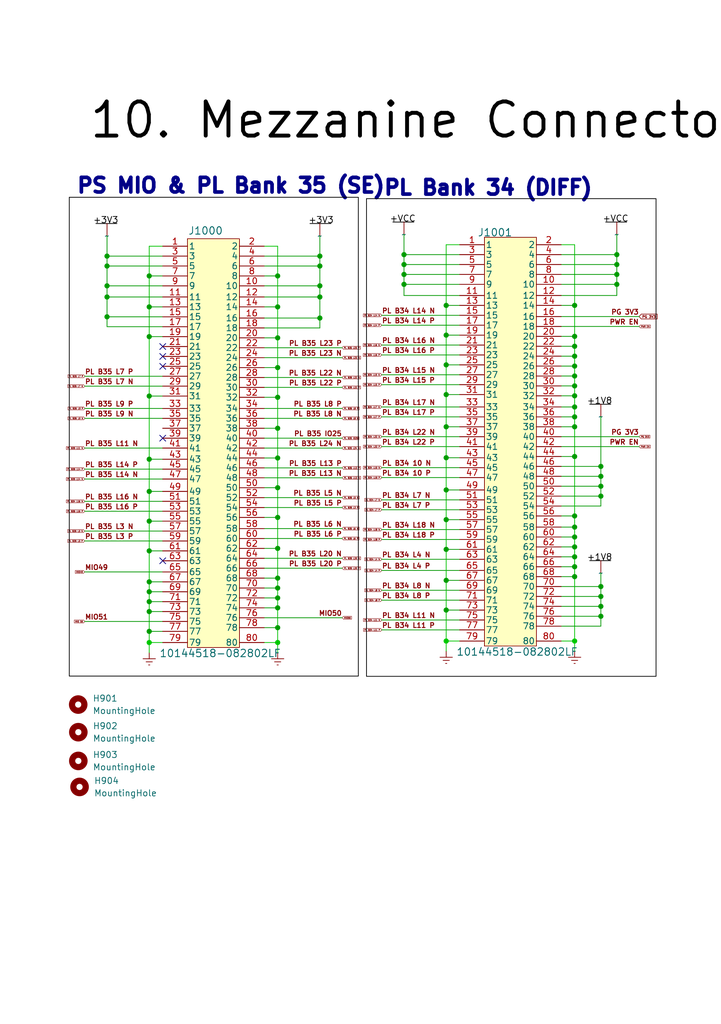
<source format=kicad_sch>
(kicad_sch (version 20230121) (generator eeschema)
  (paper "A5" portrait)
  (title_block (date "2023-12-27") (rev "1") (company "Inventtronics"))
  (lib_symbols
    (symbol "10144518-082802LF:10144518-082802LF" (pin_names (offset 0.254))
      (property "Reference" "J6" (at 0.762 109.22 0))
      (property "Value" "10144518-082802LF" (at 8.636 23.114 0))
      (symbol "10144518-082802LF_1_1"
        (pin unspecified line (at -4.318 106.68 0) (length 5.08) (name "1") (number "1"))
        (pin unspecified line (at 16.51 98.552 180) (length 5.08) (name "10") (number "10"))
        (pin unspecified line (at -4.318 96.266 0) (length 5.08) (name "11") (number "11"))
        (pin unspecified line (at 16.51 96.266 180) (length 5.08) (name "12") (number "12"))
        (pin unspecified line (at -4.318 94.234 0) (length 5.08) (name "13") (number "13"))
        (pin unspecified line (at 16.51 94.234 180) (length 5.08) (name "14") (number "14"))
        (pin unspecified line (at -4.318 92.202 0) (length 5.08) (name "15") (number "15"))
        (pin unspecified line (at 16.51 91.948 180) (length 5.08) (name "16") (number "16"))
        (pin unspecified line (at -4.318 90.17 0) (length 5.08) (name "17") (number "17"))
        (pin unspecified line (at 16.51 89.916 180) (length 5.08) (name "18") (number "18"))
        (pin unspecified line (at -4.318 88.138 0) (length 5.08) (name "19") (number "19"))
        (pin unspecified line (at 16.51 106.68 180) (length 5.08) (name "2") (number "2"))
        (pin unspecified line (at 16.51 87.884 180) (length 5.08) (name "20") (number "20"))
        (pin unspecified line (at -4.318 86.106 0) (length 5.08) (name "21") (number "21"))
        (pin unspecified line (at 16.51 85.852 180) (length 5.08) (name "22") (number "22"))
        (pin unspecified line (at -4.318 84.074 0) (length 5.08) (name "23") (number "23"))
        (pin unspecified line (at 16.51 83.82 180) (length 5.08) (name "24") (number "24"))
        (pin unspecified line (at -4.318 82.042 0) (length 5.08) (name "25") (number "25"))
        (pin unspecified line (at 16.51 81.788 180) (length 5.08) (name "26") (number "26"))
        (pin unspecified line (at -4.318 80.01 0) (length 5.08) (name "27") (number "27"))
        (pin unspecified line (at 16.51 79.756 180) (length 5.08) (name "28") (number "28"))
        (pin unspecified line (at -4.318 77.978 0) (length 5.08) (name "29") (number "29"))
        (pin unspecified line (at -4.318 104.648 0) (length 5.08) (name "3") (number "3"))
        (pin unspecified line (at 16.51 77.724 180) (length 5.08) (name "30") (number "30"))
        (pin unspecified line (at -4.318 75.946 0) (length 5.08) (name "31") (number "31"))
        (pin unspecified line (at 16.51 75.692 180) (length 5.08) (name "32") (number "32"))
        (pin unspecified line (at -4.318 73.406 0) (length 5.08) (name "33") (number "33"))
        (pin unspecified line (at 16.51 73.406 180) (length 5.08) (name "34") (number "34"))
        (pin unspecified line (at -4.318 71.374 0) (length 5.08) (name "35") (number "35"))
        (pin unspecified line (at 16.51 71.374 180) (length 5.08) (name "36") (number "36"))
        (pin unspecified line (at -4.318 69.342 0) (length 5.08) (name "37") (number "37"))
        (pin unspecified line (at 16.51 69.342 180) (length 5.08) (name "38") (number "38"))
        (pin unspecified line (at -4.318 67.31 0) (length 5.08) (name "39") (number "39"))
        (pin unspecified line (at 16.51 104.648 180) (length 5.08) (name "4") (number "4"))
        (pin unspecified line (at 16.51 67.31 180) (length 5.08) (name "40") (number "40"))
        (pin unspecified line (at -4.318 65.278 0) (length 5.08) (name "41") (number "41"))
        (pin unspecified line (at 16.51 65.278 180) (length 5.08) (name "42") (number "42"))
        (pin unspecified line (at -4.318 62.992 0) (length 5.08) (name "43") (number "43"))
        (pin unspecified line (at 16.51 63.246 180) (length 5.08) (name "44") (number "44"))
        (pin unspecified line (at -4.318 60.96 0) (length 5.08) (name "45") (number "45"))
        (pin unspecified line (at 16.51 61.214 180) (length 5.08) (name "46") (number "46"))
        (pin unspecified line (at -4.318 58.928 0) (length 5.08) (name "47") (number "47"))
        (pin unspecified line (at 16.51 59.182 180) (length 5.08) (name "48") (number "48"))
        (pin unspecified line (at -4.318 56.388 0) (length 5.08) (name "49") (number "49"))
        (pin unspecified line (at -4.318 102.616 0) (length 5.08) (name "5") (number "5"))
        (pin unspecified line (at 16.51 57.15 180) (length 5.08) (name "50") (number "50"))
        (pin unspecified line (at -4.318 54.356 0) (length 5.08) (name "51") (number "51"))
        (pin unspecified line (at 16.51 55.118 180) (length 5.08) (name "52") (number "52"))
        (pin unspecified line (at -4.318 52.324 0) (length 5.08) (name "53") (number "53"))
        (pin unspecified line (at 16.51 53.086 180) (length 5.08) (name "54") (number "54"))
        (pin unspecified line (at -4.318 50.292 0) (length 5.08) (name "55") (number "55"))
        (pin unspecified line (at 16.51 51.054 180) (length 5.08) (name "56") (number "56"))
        (pin unspecified line (at -4.318 48.26 0) (length 5.08) (name "57") (number "57"))
        (pin unspecified line (at 16.51 48.768 180) (length 5.08) (name "58") (number "58"))
        (pin unspecified line (at -4.318 46.228 0) (length 5.08) (name "59") (number "59"))
        (pin unspecified line (at 16.51 102.616 180) (length 5.08) (name "6") (number "6"))
        (pin unspecified line (at 16.51 46.736 180) (length 5.08) (name "60") (number "60"))
        (pin unspecified line (at -4.318 44.196 0) (length 5.08) (name "61") (number "61"))
        (pin unspecified line (at 16.51 44.704 180) (length 5.08) (name "62") (number "62"))
        (pin unspecified line (at -4.318 42.164 0) (length 5.08) (name "63") (number "63"))
        (pin unspecified line (at 16.51 42.672 180) (length 5.08) (name "64") (number "64"))
        (pin unspecified line (at -4.318 39.878 0) (length 5.08) (name "65") (number "65"))
        (pin unspecified line (at 16.51 40.64 180) (length 5.08) (name "66") (number "66"))
        (pin unspecified line (at -4.318 37.846 0) (length 5.08) (name "67") (number "67"))
        (pin unspecified line (at 16.51 38.608 180) (length 5.08) (name "68") (number "68"))
        (pin unspecified line (at -4.318 35.814 0) (length 5.08) (name "69") (number "69"))
        (pin unspecified line (at -4.318 100.584 0) (length 5.08) (name "7") (number "7"))
        (pin unspecified line (at 16.51 36.576 180) (length 5.08) (name "70") (number "70"))
        (pin unspecified line (at -4.318 33.782 0) (length 5.08) (name "71") (number "71"))
        (pin unspecified line (at 16.51 34.544 180) (length 5.08) (name "72") (number "72"))
        (pin unspecified line (at -4.318 31.75 0) (length 5.08) (name "73") (number "73"))
        (pin unspecified line (at 16.51 32.512 180) (length 5.08) (name "74") (number "74"))
        (pin unspecified line (at -4.318 29.718 0) (length 5.08) (name "75") (number "75"))
        (pin unspecified line (at 16.51 30.48 180) (length 5.08) (name "76") (number "76"))
        (pin unspecified line (at -4.318 27.686 0) (length 5.08) (name "77") (number "77"))
        (pin unspecified line (at 16.51 28.448 180) (length 5.08) (name "78") (number "78"))
        (pin unspecified line (at -4.318 25.4 0) (length 5.08) (name "79") (number "79"))
        (pin unspecified line (at 16.51 100.584 180) (length 5.08) (name "8") (number "8"))
        (pin unspecified line (at 16.51 25.4 180) (length 5.08) (name "80") (number "80"))
        (pin unspecified line (at -4.318 98.552 0) (length 5.08) (name "9") (number "9"))
      )
      (symbol "10144518-082802LF_1_2"
        (pin unspecified line (at 0 0 0) (length 5.08) (name "1") (number "1"))
        (pin unspecified line (at 0 -22.86 0) (length 5.08) (name "10") (number "10"))
        (pin unspecified line (at 0 -25.4 0) (length 5.08) (name "11") (number "11"))
        (pin unspecified line (at 0 -27.94 0) (length 5.08) (name "12") (number "12"))
        (pin unspecified line (at 0 -30.48 0) (length 5.08) (name "13") (number "13"))
        (pin unspecified line (at 0 -33.02 0) (length 5.08) (name "14") (number "14"))
        (pin unspecified line (at 0 -35.56 0) (length 5.08) (name "15") (number "15"))
        (pin unspecified line (at 0 -38.1 0) (length 5.08) (name "16") (number "16"))
        (pin unspecified line (at 0 -40.64 0) (length 5.08) (name "17") (number "17"))
        (pin unspecified line (at 0 -43.18 0) (length 5.08) (name "18") (number "18"))
        (pin unspecified line (at 0 -45.72 0) (length 5.08) (name "19") (number "19"))
        (pin unspecified line (at 0 -2.54 0) (length 5.08) (name "2") (number "2"))
        (pin unspecified line (at 0 -48.26 0) (length 5.08) (name "20") (number "20"))
        (pin unspecified line (at 0 -50.8 0) (length 5.08) (name "21") (number "21"))
        (pin unspecified line (at 0 -53.34 0) (length 5.08) (name "22") (number "22"))
        (pin unspecified line (at 0 -55.88 0) (length 5.08) (name "23") (number "23"))
        (pin unspecified line (at 0 -58.42 0) (length 5.08) (name "24") (number "24"))
        (pin unspecified line (at 0 -60.96 0) (length 5.08) (name "25") (number "25"))
        (pin unspecified line (at 0 -63.5 0) (length 5.08) (name "26") (number "26"))
        (pin unspecified line (at 0 -66.04 0) (length 5.08) (name "27") (number "27"))
        (pin unspecified line (at 0 -68.58 0) (length 5.08) (name "28") (number "28"))
        (pin unspecified line (at 0 -71.12 0) (length 5.08) (name "29") (number "29"))
        (pin unspecified line (at 0 -5.08 0) (length 5.08) (name "3") (number "3"))
        (pin unspecified line (at 0 -73.66 0) (length 5.08) (name "30") (number "30"))
        (pin unspecified line (at 0 -76.2 0) (length 5.08) (name "31") (number "31"))
        (pin unspecified line (at 0 -78.74 0) (length 5.08) (name "32") (number "32"))
        (pin unspecified line (at 0 -81.28 0) (length 5.08) (name "33") (number "33"))
        (pin unspecified line (at 0 -83.82 0) (length 5.08) (name "34") (number "34"))
        (pin unspecified line (at 0 -86.36 0) (length 5.08) (name "35") (number "35"))
        (pin unspecified line (at 0 -88.9 0) (length 5.08) (name "36") (number "36"))
        (pin unspecified line (at 0 -91.44 0) (length 5.08) (name "37") (number "37"))
        (pin unspecified line (at 0 -93.98 0) (length 5.08) (name "38") (number "38"))
        (pin unspecified line (at 0 -96.52 0) (length 5.08) (name "39") (number "39"))
        (pin unspecified line (at 0 -7.62 0) (length 5.08) (name "4") (number "4"))
        (pin unspecified line (at 0 -99.06 0) (length 5.08) (name "40") (number "40"))
        (pin unspecified line (at 0 -10.16 0) (length 5.08) (name "5") (number "5"))
        (pin unspecified line (at 0 -12.7 0) (length 5.08) (name "6") (number "6"))
        (pin unspecified line (at 0 -15.24 0) (length 5.08) (name "7") (number "7"))
        (pin unspecified line (at 0 -17.78 0) (length 5.08) (name "8") (number "8"))
        (pin unspecified line (at 0 -20.32 0) (length 5.08) (name "9") (number "9"))
      )
    )
    (symbol "Mechanical:MountingHole" (pin_names (offset 1.016))
      (property "Reference" "H" (at 0 5.08 0))
      (property "Value" "MountingHole" (at 0 3.175 0))
    )
    (symbol "Power_Library:+1V8"
      (symbol "+1V8_1_1"
        (text "+1V8" (at -0.254 3.302 0) (effects (font (size 1.27 1.27))))
        (pin bidirectional line (at 0 0 90) (length 2.54) (name "") (number ""))
      )
    )
    (symbol "Power_Library:+3V3"
      (symbol "+3V3_1_1"
        (text "+3V3" (at -0.254 3.302 0) (effects (font (size 1.27 1.27))))
        (pin bidirectional line (at 0 0 90) (length 2.54) (name "") (number ""))
      )
    )
    (symbol "Power_Library:+VCC"
      (symbol "+VCC_1_1"
        (text "+VCC" (at -0.254 3.302 0) (effects (font (size 1.27 1.27))))
        (pin bidirectional line (at 0 0 90) (length 2.54) (name "") (number ""))
      )
    )
    (symbol "power:GNDREF" (power) (pin_names (offset 0))
      (property "Value" "GNDREF" (at 0 -3.81 0))
      (symbol "GNDREF_1_1"
        (pin power_in line (at 0 0 270) (length 0) hide (name "GNDREF") (number "1"))
      )
    )
  )
  (junction (at 65.659 54.5592))
  (junction (at 30.6324 100.7872))
  (junction (at 117.9576 108.1024))
  (junction (at 82.931 56.2864))
  (junction (at 91.5924 68.7324))
  (junction (at 91.5924 62.6364))
  (junction (at 117.9576 62.6364))
  (junction (at 30.6324 106.8832))
  (junction (at 117.9576 79.1464))
  (junction (at 117.9576 87.5284))
  (junction (at 21.971 54.5592))
  (junction (at 123.3424 126.3904))
  (junction (at 56.9976 75.3872))
  (junction (at 30.6324 56.5912))
  (junction (at 30.6324 119.3292))
  (junction (at 91.5924 80.9244))
  (junction (at 56.9976 100.0252))
  (junction (at 123.3424 101.7524))
  (junction (at 30.6324 94.1832))
  (junction (at 117.9576 118.2624))
  (junction (at 30.6324 112.9792))
  (junction (at 91.5924 131.4704) (color 0 194 0 1))
  (junction (at 91.5924 112.6744))
  (junction (at 56.9976 106.1212))
  (junction (at 123.3424 97.6884))
  (junction (at 56.9976 118.5672))
  (junction (at 117.9576 71.0184))
  (junction (at 21.971 60.9092))
  (junction (at 117.9576 68.9864))
  (junction (at 123.3424 120.2944))
  (junction (at 65.659 58.6232))
  (junction (at 82.931 52.2224))
  (junction (at 91.5924 100.4824))
  (junction (at 56.9976 62.9412))
  (junction (at 56.9976 112.4712))
  (junction (at 91.5924 93.8784))
  (junction (at 21.971 58.6232))
  (junction (at 126.619 52.2224))
  (junction (at 126.619 58.3184))
  (junction (at 30.6324 81.2292))
  (junction (at 123.3424 124.3584))
  (junction (at 56.9976 93.9292))
  (junction (at 56.9976 87.8332))
  (junction (at 82.931 54.2544))
  (junction (at 82.931 58.3184))
  (junction (at 126.619 56.2864))
  (junction (at 21.971 52.5272))
  (junction (at 56.9976 69.2912))
  (junction (at 117.9576 112.1664))
  (junction (at 30.6324 69.0372))
  (junction (at 117.9576 75.0824))
  (junction (at 123.3424 122.3264))
  (junction (at 126.619 54.2544))
  (junction (at 123.3424 95.6564))
  (junction (at 65.659 65.2272))
  (junction (at 91.5924 106.5784))
  (junction (at 56.9976 128.7272))
  (junction (at 65.659 60.9092))
  (junction (at 117.9576 83.4644))
  (junction (at 30.6324 129.4892))
  (junction (at 117.9576 77.1144))
  (junction (at 91.5924 87.5284))
  (junction (at 117.9576 116.2304))
  (junction (at 56.9976 122.6312))
  (junction (at 117.9576 81.1784))
  (junction (at 117.9576 93.6244))
  (junction (at 117.9576 131.4704) (color 0 194 0 1))
  (junction (at 123.3424 99.7204))
  (junction (at 117.9576 105.8164))
  (junction (at 56.9976 120.5992))
  (junction (at 56.9976 131.7752) (color 0 194 0 1))
  (junction (at 30.6324 125.4252))
  (junction (at 30.6324 62.9412))
  (junction (at 21.971 64.9732))
  (junction (at 30.6324 131.7752) (color 0 194 0 1))
  (junction (at 91.5924 125.1204))
  (junction (at 56.9976 56.5912))
  (junction (at 56.9976 81.4832))
  (junction (at 30.6324 123.3932))
  (junction (at 30.6324 121.3612))
  (junction (at 117.9576 85.4964))
  (junction (at 56.9976 124.6632))
  (junction (at 117.9576 114.1984))
  (junction (at 91.5924 119.0244))
  (junction (at 117.9576 73.0504))
  (junction (at 91.5924 74.8284))
  (junction (at 65.659 52.5272))
  (junction (at 117.9576 110.1344))
  (no_connect (at 33.401 89.8652))
  (no_connect (at 33.401 115.0112))
  (no_connect (at 33.401 71.0692))
  (no_connect (at 33.401 73.1012))
  (no_connect (at 33.401 75.1332))
  (wire (pts (xy 17.399 85.8012) (xy 33.401 85.8012)))
  (wire (pts (xy 117.9576 131.4704) (xy 115.189 131.4704)) (stroke (width 0) (color 0 194 0 1)))
  (wire (pts (xy 70.231 85.8012) (xy 54.229 85.8012)))
  (wire (pts (xy 21.971 58.6232) (xy 33.401 58.6232)))
  (wire (pts (xy 115.189 128.4224) (xy 123.3424 128.4224)))
  (wire (pts (xy 115.189 73.0504) (xy 117.9576 73.0504)))
  (wire (pts (xy 78.359 78.8924) (xy 94.361 78.8924)))
  (wire (pts (xy 17.399 77.1652) (xy 33.401 77.1652)))
  (wire (pts (xy 30.6324 119.3292) (xy 30.6324 121.3612)) (stroke (width 0) (color 0 194 0 1)))
  (wire (pts (xy 115.189 56.2864) (xy 126.619 56.2864)))
  (wire (pts (xy 115.189 101.7524) (xy 123.3424 101.7524)))
  (wire (pts (xy 126.619 52.2224) (xy 126.619 48.0822)))
  (wire (pts (xy 56.9976 106.1212) (xy 56.9976 112.4712)) (stroke (width 0) (color 0 194 0 1)))
  (wire (pts (xy 94.361 50.1904) (xy 91.5924 50.1904)) (stroke (width 0) (color 0 194 0 1)))
  (wire (pts (xy 56.9976 100.0252) (xy 56.9976 106.1212)) (stroke (width 0) (color 0 194 0 1)))
  (wire (pts (xy 56.9976 81.4832) (xy 56.9976 87.8332)) (stroke (width 0) (color 0 194 0 1)))
  (wire (pts (xy 30.6324 121.3612) (xy 33.401 121.3612)))
  (wire (pts (xy 17.399 98.2472) (xy 33.401 98.2472)))
  (wire (pts (xy 131.191 64.9224) (xy 115.189 64.9224)))
  (wire (pts (xy 30.6324 94.1832) (xy 30.6324 100.7872)) (stroke (width 0) (color 0 194 0 1)))
  (wire (pts (xy 78.359 121.0564) (xy 94.361 121.0564)))
  (wire (pts (xy 91.5924 74.8284) (xy 91.5924 80.9244)) (stroke (width 0) (color 0 194 0 1)))
  (wire (pts (xy 17.399 83.7692) (xy 33.401 83.7692)))
  (wire (pts (xy 117.9576 87.5284) (xy 117.9576 93.6244)) (stroke (width 0) (color 0 194 0 1)))
  (wire (pts (xy 70.231 97.9932) (xy 54.229 97.9932)))
  (wire (pts (xy 91.5924 87.5284) (xy 94.361 87.5284)))
  (wire (pts (xy 115.189 126.3904) (xy 123.3424 126.3904)))
  (wire (pts (xy 70.231 83.7692) (xy 54.229 83.7692)))
  (wire (pts (xy 115.189 85.4964) (xy 117.9576 85.4964)))
  (wire (pts (xy 30.6324 50.4952) (xy 30.6324 56.5912)) (stroke (width 0) (color 0 194 0 1)))
  (wire (pts (xy 17.399 96.2152) (xy 33.401 96.2152)))
  (wire (pts (xy 54.229 87.8332) (xy 56.9976 87.8332)))
  (wire (pts (xy 65.659 67.2592) (xy 65.659 65.2272)))
  (wire (pts (xy 117.9576 93.6244) (xy 117.9576 105.8164)) (stroke (width 0) (color 0 194 0 1)))
  (wire (pts (xy 82.931 58.3184) (xy 82.931 56.2864)))
  (wire (pts (xy 70.231 114.5032) (xy 54.229 114.5032)))
  (wire (pts (xy 117.9576 85.4964) (xy 117.9576 87.5284)) (stroke (width 0) (color 0 194 0 1)))
  (wire (pts (xy 117.9576 75.0824) (xy 117.9576 77.1144)) (stroke (width 0) (color 0 194 0 1)))
  (wire (pts (xy 91.5924 119.0244) (xy 94.361 119.0244)))
  (wire (pts (xy 115.189 97.6884) (xy 123.3424 97.6884)))
  (wire (pts (xy 17.399 91.8972) (xy 33.401 91.8972)))
  (wire (pts (xy 115.189 83.4644) (xy 117.9576 83.4644)))
  (wire (pts (xy 82.931 56.2864) (xy 82.931 54.2544)))
  (wire (pts (xy 54.229 106.1212) (xy 56.9976 106.1212)))
  (wire (pts (xy 30.6324 125.4252) (xy 30.6324 129.4892)) (stroke (width 0) (color 0 194 0 1)))
  (wire (pts (xy 65.659 54.5592) (xy 65.659 52.5272)))
  (wire (pts (xy 131.191 66.9544) (xy 115.189 66.9544)))
  (wire (pts (xy 115.189 118.2624) (xy 117.9576 118.2624)))
  (wire (pts (xy 56.9976 62.9412) (xy 56.9976 69.2912)) (stroke (width 0) (color 0 194 0 1)))
  (wire (pts (xy 78.359 123.0884) (xy 94.361 123.0884)))
  (wire (pts (xy 91.5924 106.5784) (xy 91.5924 112.6744)) (stroke (width 0) (color 0 194 0 1)))
  (wire (pts (xy 91.5924 74.8284) (xy 94.361 74.8284)))
  (wire (pts (xy 78.359 85.4964) (xy 94.361 85.4964)))
  (wire (pts (xy 91.5924 80.9244) (xy 91.5924 87.5284)) (stroke (width 0) (color 0 194 0 1)))
  (wire (pts (xy 30.6324 125.4252) (xy 33.401 125.4252)))
  (wire (pts (xy 21.971 64.9732) (xy 33.401 64.9732)))
  (wire (pts (xy 65.659 58.6232) (xy 65.659 54.5592)))
  (wire (pts (xy 30.6324 123.3932) (xy 33.401 123.3932)))
  (wire (pts (xy 82.931 60.6044) (xy 94.361 60.6044)))
  (wire (pts (xy 21.971 52.5272) (xy 21.971 48.387)))
  (wire (pts (xy 30.6324 69.0372) (xy 30.6324 81.2292)) (stroke (width 0) (color 0 194 0 1)))
  (wire (pts (xy 82.931 54.2544) (xy 94.361 54.2544)))
  (wire (pts (xy 78.359 102.5144) (xy 94.361 102.5144)))
  (wire (pts (xy 117.9576 62.6364) (xy 117.9576 68.9864)) (stroke (width 0) (color 0 194 0 1)))
  (wire (pts (xy 115.189 68.9864) (xy 117.9576 68.9864)))
  (wire (pts (xy 30.6324 129.4892) (xy 30.6324 131.7752)) (stroke (width 0) (color 0 194 0 1)))
  (wire (pts (xy 117.9576 79.1464) (xy 117.9576 81.1784)) (stroke (width 0) (color 0 194 0 1)))
  (wire (pts (xy 56.9976 122.6312) (xy 56.9976 124.6632)) (stroke (width 0) (color 0 194 0 1)))
  (wire (pts (xy 21.971 54.5592) (xy 33.401 54.5592)))
  (wire (pts (xy 115.189 62.6364) (xy 117.9576 62.6364)))
  (wire (pts (xy 30.6324 94.1832) (xy 33.401 94.1832)))
  (wire (pts (xy 91.5924 112.6744) (xy 94.361 112.6744)))
  (wire (pts (xy 56.9976 118.5672) (xy 56.9976 120.5992)) (stroke (width 0) (color 0 194 0 1)))
  (wire (pts (xy 82.931 52.2224) (xy 94.361 52.2224)))
  (wire (pts (xy 56.9976 69.2912) (xy 56.9976 75.3872)) (stroke (width 0) (color 0 194 0 1)))
  (wire (pts (xy 30.6324 62.9412) (xy 33.401 62.9412)))
  (wire (pts (xy 70.231 73.3552) (xy 54.229 73.3552)))
  (wire (pts (xy 115.189 103.7844) (xy 123.3424 103.7844)))
  (wire (pts (xy 70.231 126.6952) (xy 54.229 126.6952)))
  (wire (pts (xy 21.971 58.6232) (xy 21.971 54.5592)))
  (wire (pts (xy 30.6324 121.3612) (xy 30.6324 123.3932)) (stroke (width 0) (color 0 194 0 1)))
  (wire (pts (xy 30.6324 81.2292) (xy 30.6324 94.1832)) (stroke (width 0) (color 0 194 0 1)))
  (wire (pts (xy 91.5924 50.1904) (xy 91.5924 62.6364)) (stroke (width 0) (color 0 194 0 1)))
  (wire (pts (xy 91.5924 125.1204) (xy 94.361 125.1204)))
  (wire (pts (xy 54.229 112.4712) (xy 56.9976 112.4712)))
  (wire (pts (xy 117.9576 83.4644) (xy 117.9576 85.4964)) (stroke (width 0) (color 0 194 0 1)))
  (wire (pts (xy 78.359 66.7004) (xy 94.361 66.7004)))
  (wire (pts (xy 115.189 124.3584) (xy 123.3424 124.3584)))
  (wire (pts (xy 117.9576 112.1664) (xy 117.9576 114.1984)) (stroke (width 0) (color 0 194 0 1)))
  (wire (pts (xy 21.971 64.9732) (xy 21.971 60.9092)))
  (wire (pts (xy 54.229 81.4832) (xy 56.9976 81.4832)))
  (wire (pts (xy 123.3424 124.3584) (xy 123.3424 126.3904)))
  (wire (pts (xy 78.359 110.6424) (xy 94.361 110.6424)))
  (wire (pts (xy 123.3424 97.6884) (xy 123.3424 99.7204)))
  (wire (pts (xy 17.399 104.8512) (xy 33.401 104.8512)))
  (wire (pts (xy 56.9976 120.5992) (xy 56.9976 122.6312)) (stroke (width 0) (color 0 194 0 1)))
  (wire (pts (xy 78.359 129.1844) (xy 94.361 129.1844)))
  (wire (pts (xy 115.189 75.0824) (xy 117.9576 75.0824)))
  (wire (pts (xy 70.231 71.3232) (xy 54.229 71.3232)))
  (wire (pts (xy 56.9976 124.6632) (xy 56.9976 128.7272)) (stroke (width 0) (color 0 194 0 1)))
  (wire (pts (xy 115.189 122.3264) (xy 123.3424 122.3264)))
  (wire (pts (xy 115.189 50.1904) (xy 117.9576 50.1904)) (stroke (width 0) (color 0 194 0 1)))
  (wire (pts (xy 123.3424 117.5258) (xy 123.3424 120.2944)))
  (wire (pts (xy 70.231 79.4512) (xy 54.229 79.4512)))
  (wire (pts (xy 91.5924 125.1204) (xy 91.5924 131.4704)) (stroke (width 0) (color 0 194 0 1)))
  (wire (pts (xy 65.659 60.9092) (xy 54.229 60.9092)))
  (wire (pts (xy 70.231 95.9612) (xy 54.229 95.9612)))
  (wire (pts (xy 65.659 52.5272) (xy 54.229 52.5272)))
  (wire (pts (xy 115.189 77.1144) (xy 117.9576 77.1144)))
  (wire (pts (xy 33.401 67.0052) (xy 21.971 67.0052)))
  (wire (pts (xy 123.3424 95.6564) (xy 123.3424 97.6884)))
  (wire (pts (xy 17.399 110.9472) (xy 33.401 110.9472)))
  (wire (pts (xy 117.9576 77.1144) (xy 117.9576 79.1464)) (stroke (width 0) (color 0 194 0 1)))
  (wire (pts (xy 54.229 50.4952) (xy 56.9976 50.4952)) (stroke (width 0) (color 0 194 0 1)))
  (wire (pts (xy 17.399 102.8192) (xy 33.401 102.8192)))
  (wire (pts (xy 82.931 54.2544) (xy 82.931 52.2224)))
  (wire (pts (xy 91.5924 93.8784) (xy 91.5924 100.4824)) (stroke (width 0) (color 0 194 0 1)))
  (wire (pts (xy 54.229 128.7272) (xy 56.9976 128.7272)))
  (wire (pts (xy 70.231 108.4072) (xy 54.229 108.4072)))
  (wire (pts (xy 70.231 110.4392) (xy 54.229 110.4392)))
  (wire (pts (xy 91.5924 80.9244) (xy 94.361 80.9244)))
  (wire (pts (xy 78.359 127.1524) (xy 94.361 127.1524)))
  (wire (pts (xy 78.359 114.7064) (xy 94.361 114.7064)))
  (wire (pts (xy 78.359 97.9424) (xy 94.361 97.9424)))
  (wire (pts (xy 65.659 65.2272) (xy 54.229 65.2272)))
  (wire (pts (xy 123.3424 85.4456) (xy 123.3424 95.6564)))
  (wire (pts (xy 82.931 58.3184) (xy 94.361 58.3184)))
  (wire (pts (xy 115.189 99.7204) (xy 123.3424 99.7204)))
  (wire (pts (xy 91.5924 62.6364) (xy 94.361 62.6364)))
  (wire (pts (xy 33.401 50.4952) (xy 30.6324 50.4952)) (stroke (width 0) (color 0 194 0 1)))
  (wire (pts (xy 30.6324 100.7872) (xy 30.6324 106.8832)) (stroke (width 0) (color 0 194 0 1)))
  (wire (pts (xy 30.6324 112.9792) (xy 30.6324 119.3292)) (stroke (width 0) (color 0 194 0 1)))
  (wire (pts (xy 54.229 62.9412) (xy 56.9976 62.9412)))
  (wire (pts (xy 54.229 67.2592) (xy 65.659 67.2592)))
  (wire (pts (xy 17.399 108.9152) (xy 33.401 108.9152)))
  (wire (pts (xy 82.931 52.2224) (xy 82.931 48.0822)))
  (wire (pts (xy 54.229 75.3872) (xy 56.9976 75.3872)))
  (wire (pts (xy 54.229 122.6312) (xy 56.9976 122.6312)))
  (wire (pts (xy 117.9576 116.2304) (xy 117.9576 118.2624)) (stroke (width 0) (color 0 194 0 1)))
  (wire (pts (xy 131.191 91.5924) (xy 115.189 91.5924)))
  (wire (pts (xy 117.9576 108.1024) (xy 117.9576 110.1344)) (stroke (width 0) (color 0 194 0 1)))
  (wire (pts (xy 115.189 81.1784) (xy 117.9576 81.1784)))
  (wire (pts (xy 17.399 79.1972) (xy 33.401 79.1972)))
  (wire (pts (xy 65.659 60.9092) (xy 65.659 65.2272)))
  (wire (pts (xy 78.359 64.6684) (xy 94.361 64.6684)))
  (wire (pts (xy 115.189 71.0184) (xy 117.9576 71.0184)))
  (wire (pts (xy 115.189 112.1664) (xy 117.9576 112.1664)))
  (wire (pts (xy 70.231 77.4192) (xy 54.229 77.4192)))
  (wire (pts (xy 123.3424 126.3904) (xy 123.3424 128.4224)))
  (wire (pts (xy 123.3424 122.3264) (xy 123.3424 124.3584)))
  (wire (pts (xy 78.359 70.7644) (xy 94.361 70.7644)))
  (wire (pts (xy 115.189 108.1024) (xy 117.9576 108.1024)))
  (wire (pts (xy 115.189 93.6244) (xy 117.9576 93.6244)))
  (wire (pts (xy 91.5924 112.6744) (xy 91.5924 119.0244)) (stroke (width 0) (color 0 194 0 1)))
  (wire (pts (xy 30.6324 119.3292) (xy 33.401 119.3292)))
  (wire (pts (xy 78.359 83.4644) (xy 94.361 83.4644)))
  (wire (pts (xy 117.9576 81.1784) (xy 117.9576 83.4644)) (stroke (width 0) (color 0 194 0 1)))
  (wire (pts (xy 126.619 54.2544) (xy 126.619 52.2224)))
  (wire (pts (xy 115.189 120.2944) (xy 123.3424 120.2944)))
  (wire (pts (xy 65.659 52.5272) (xy 65.659 48.387)))
  (wire (pts (xy 56.9976 112.4712) (xy 56.9976 118.5672)) (stroke (width 0) (color 0 194 0 1)))
  (wire (pts (xy 30.6324 106.8832) (xy 33.401 106.8832)))
  (wire (pts (xy 56.9976 131.7752) (xy 54.229 131.7752)) (stroke (width 0) (color 0 194 0 1)))
  (wire (pts (xy 21.971 52.5272) (xy 33.401 52.5272)))
  (wire (pts (xy 91.5924 119.0244) (xy 91.5924 125.1204)) (stroke (width 0) (color 0 194 0 1)))
  (wire (pts (xy 70.231 89.8652) (xy 54.229 89.8652)))
  (wire (pts (xy 65.659 58.6232) (xy 54.229 58.6232)))
  (wire (pts (xy 117.9576 68.9864) (xy 117.9576 71.0184)) (stroke (width 0) (color 0 194 0 1)))
  (wire (pts (xy 91.5924 131.4704) (xy 94.361 131.4704)) (stroke (width 0) (color 0 194 0 1)))
  (wire (pts (xy 126.619 60.6044) (xy 115.189 60.6044)))
  (wire (pts (xy 30.6324 129.4892) (xy 33.401 129.4892)))
  (wire (pts (xy 91.5924 87.5284) (xy 91.5924 93.8784)) (stroke (width 0) (color 0 194 0 1)))
  (wire (pts (xy 115.189 116.2304) (xy 117.9576 116.2304)))
  (wire (pts (xy 117.9576 110.1344) (xy 117.9576 112.1664)) (stroke (width 0) (color 0 194 0 1)))
  (wire (pts (xy 115.189 95.6564) (xy 123.3424 95.6564)))
  (wire (pts (xy 126.619 58.3184) (xy 115.189 58.3184)))
  (wire (pts (xy 30.6324 62.9412) (xy 30.6324 69.0372)) (stroke (width 0) (color 0 194 0 1)))
  (wire (pts (xy 65.659 60.9092) (xy 65.659 58.6232)))
  (wire (pts (xy 54.229 118.5672) (xy 56.9976 118.5672)))
  (wire (pts (xy 54.229 69.2912) (xy 56.9976 69.2912)))
  (wire (pts (xy 30.6324 81.2292) (xy 33.401 81.2292)))
  (wire (pts (xy 30.6324 106.8832) (xy 30.6324 112.9792)) (stroke (width 0) (color 0 194 0 1)))
  (wire (pts (xy 56.9976 128.7272) (xy 56.9976 131.7752)) (stroke (width 0) (color 0 194 0 1)))
  (wire (pts (xy 30.6324 123.3932) (xy 30.6324 125.4252)) (stroke (width 0) (color 0 194 0 1)))
  (wire (pts (xy 91.5924 100.4824) (xy 91.5924 106.5784)) (stroke (width 0) (color 0 194 0 1)))
  (wire (pts (xy 78.359 91.5924) (xy 94.361 91.5924)))
  (wire (pts (xy 54.229 120.5992) (xy 56.9976 120.5992)))
  (wire (pts (xy 126.619 52.2224) (xy 115.189 52.2224)))
  (wire (pts (xy 123.3424 99.7204) (xy 123.3424 101.7524)))
  (wire (pts (xy 126.619 60.6044) (xy 126.619 58.3184)))
  (wire (pts (xy 65.659 54.5592) (xy 54.229 54.5592)))
  (wire (pts (xy 30.6324 69.0372) (xy 33.401 69.0372)))
  (wire (pts (xy 70.231 102.0572) (xy 54.229 102.0572)))
  (wire (pts (xy 78.359 95.9104) (xy 94.361 95.9104)))
  (wire (pts (xy 91.5924 106.5784) (xy 94.361 106.5784)))
  (wire (pts (xy 56.9976 93.9292) (xy 56.9976 100.0252)) (stroke (width 0) (color 0 194 0 1)))
  (wire (pts (xy 54.229 93.9292) (xy 56.9976 93.9292)))
  (wire (pts (xy 30.6324 56.5912) (xy 30.6324 62.9412)) (stroke (width 0) (color 0 194 0 1)))
  (wire (pts (xy 78.359 116.9924) (xy 94.361 116.9924)))
  (wire (pts (xy 30.6324 56.5912) (xy 33.401 56.5912)))
  (wire (pts (xy 78.359 104.5464) (xy 94.361 104.5464)))
  (wire (pts (xy 117.9576 114.1984) (xy 117.9576 116.2304)) (stroke (width 0) (color 0 194 0 1)))
  (wire (pts (xy 123.3424 101.7524) (xy 123.3424 103.7844)))
  (wire (pts (xy 56.9976 131.7752) (xy 56.9976 133.8326)) (stroke (width 0) (color 0 194 0 1)))
  (wire (pts (xy 78.359 89.5604) (xy 94.361 89.5604)))
  (wire (pts (xy 117.9576 73.0504) (xy 117.9576 75.0824)) (stroke (width 0) (color 0 194 0 1)))
  (wire (pts (xy 117.9576 131.4704) (xy 117.9576 133.5278)) (stroke (width 0) (color 0 194 0 1)))
  (wire (pts (xy 126.619 56.2864) (xy 126.619 54.2544)))
  (wire (pts (xy 70.231 104.0892) (xy 54.229 104.0892)))
  (wire (pts (xy 123.3424 120.2944) (xy 123.3424 122.3264)))
  (wire (pts (xy 54.229 56.5912) (xy 56.9976 56.5912)))
  (wire (pts (xy 115.189 87.5284) (xy 117.9576 87.5284)))
  (wire (pts (xy 78.359 108.6104) (xy 94.361 108.6104)))
  (wire (pts (xy 70.231 116.5352) (xy 54.229 116.5352)))
  (wire (pts (xy 56.9976 50.4952) (xy 56.9976 56.5912)) (stroke (width 0) (color 0 194 0 1)))
  (wire (pts (xy 54.229 124.6632) (xy 56.9976 124.6632)))
  (wire (pts (xy 91.5924 62.6364) (xy 91.5924 68.7324)) (stroke (width 0) (color 0 194 0 1)))
  (wire (pts (xy 115.189 114.1984) (xy 117.9576 114.1984)))
  (wire (pts (xy 56.9976 56.5912) (xy 56.9976 62.9412)) (stroke (width 0) (color 0 194 0 1)))
  (wire (pts (xy 117.9576 71.0184) (xy 117.9576 73.0504)) (stroke (width 0) (color 0 194 0 1)))
  (wire (pts (xy 117.9576 118.2624) (xy 117.9576 131.4704)) (stroke (width 0) (color 0 194 0 1)))
  (wire (pts (xy 17.399 127.4572) (xy 33.401 127.4572)))
  (wire (pts (xy 115.189 79.1464) (xy 117.9576 79.1464)))
  (wire (pts (xy 21.971 60.9092) (xy 21.971 58.6232)))
  (wire (pts (xy 21.971 60.9092) (xy 33.401 60.9092)))
  (wire (pts (xy 30.6324 112.9792) (xy 33.401 112.9792)))
  (wire (pts (xy 91.5924 93.8784) (xy 94.361 93.8784)))
  (wire (pts (xy 131.191 89.5604) (xy 115.189 89.5604)))
  (wire (pts (xy 56.9976 75.3872) (xy 56.9976 81.4832)) (stroke (width 0) (color 0 194 0 1)))
  (wire (pts (xy 91.5924 100.4824) (xy 94.361 100.4824)))
  (wire (pts (xy 115.189 105.8164) (xy 117.9576 105.8164)))
  (wire (pts (xy 30.6324 100.7872) (xy 33.401 100.7872)))
  (wire (pts (xy 17.399 117.2972) (xy 33.401 117.2972)))
  (wire (pts (xy 117.9576 50.1904) (xy 117.9576 62.6364)) (stroke (width 0) (color 0 194 0 1)))
  (wire (pts (xy 91.5924 68.7324) (xy 91.5924 74.8284)) (stroke (width 0) (color 0 194 0 1)))
  (wire (pts (xy 21.971 54.5592) (xy 21.971 52.5272)))
  (wire (pts (xy 82.931 56.2864) (xy 94.361 56.2864)))
  (wire (pts (xy 117.9576 105.8164) (xy 117.9576 108.1024)) (stroke (width 0) (color 0 194 0 1)))
  (wire (pts (xy 91.5924 68.7324) (xy 94.361 68.7324)))
  (wire (pts (xy 82.931 60.6044) (xy 82.931 58.3184)))
  (wire (pts (xy 91.5924 131.4704) (xy 91.5924 133.5278)) (stroke (width 0) (color 0 194 0 1)))
  (wire (pts (xy 78.359 76.8604) (xy 94.361 76.8604)))
  (wire (pts (xy 54.229 100.0252) (xy 56.9976 100.0252)))
  (wire (pts (xy 126.619 58.3184) (xy 126.619 56.2864)))
  (wire (pts (xy 21.971 67.0052) (xy 21.971 64.9732)))
  (wire (pts (xy 126.619 54.2544) (xy 115.189 54.2544)))
  (wire (pts (xy 115.189 110.1344) (xy 117.9576 110.1344)))
  (wire (pts (xy 30.6324 131.7752) (xy 30.6324 133.8326)) (stroke (width 0) (color 0 194 0 1)))
  (wire (pts (xy 70.231 91.8972) (xy 54.229 91.8972)))
  (wire (pts (xy 30.6324 131.7752) (xy 33.401 131.7752)) (stroke (width 0) (color 0 194 0 1)))
  (wire (pts (xy 78.359 72.7964) (xy 94.361 72.7964)))
  (wire (pts (xy 56.9976 87.8332) (xy 56.9976 93.9292)) (stroke (width 0) (color 0 194 0 1)))
  (rectangle (start 14.224 40.4622) (end 73.5584 138.6586) (stroke (width 0) (color 0 0 0 1)))
  (rectangle (start 75.2348 40.7416) (end 134.6708 138.7094) (stroke (width 0) (color 0 0 0 1)))
  (text "PS MIO & PL Bank 35 (SE)" (at 15.494 40.0304 0) (effects (font (size 3 3) (thickness 0.8) bold) (justify left bottom)))
  (text "10. Mezzanine Connectors" (at 18.034 28.956 0) (effects (font (size 7 7) (thickness 0.8) bold) (justify left bottom)))
  (text "PL Bank 34 (DIFF)" (at 78.5114 40.4622 0) (effects (font (size 3 3) (thickness 0.8) bold) (justify left bottom)))
  (label "PL B34 L16 N" (at 78.359 70.7644 0) (effects (font (size 1 1) (thickness 0.2) bold)))
  (label "PL B35 L23 N" (at 70.231 73.3552 180) (effects (font (size 1 1) (thickness 0.2) bold)))
  (label "PL B35 L11 N" (at 17.399 91.8972 0) (effects (font (size 1 1) (thickness 0.2) bold)))
  (label "PL B34 L14 N" (at 78.359 64.6684 0) (effects (font (size 1 1) (thickness 0.2) bold)))
  (label "PG 3V3" (at 131.191 89.5604 180) (effects (font (size 1 1) (thickness 0.2) bold)))
  (label "PL B34 L8 N" (at 78.359 121.0564 0) (effects (font (size 1 1) (thickness 0.2) bold)))
  (label "PL B35 L13 N" (at 70.231 97.9932 180) (effects (font (size 1 1) (thickness 0.2) bold)))
  (label "PL B35 L16 N" (at 17.399 102.8192 0) (effects (font (size 1 1) (thickness 0.2) bold)))
  (label "PL B35 L9 P" (at 17.399 83.7692 0) (effects (font (size 1 1) (thickness 0.2) bold)))
  (label "PL B35 L3 P" (at 17.399 110.9472 0) (effects (font (size 1 1) (thickness 0.2) bold)))
  (label "PL B35 L14 N" (at 17.399 98.2472 0) (effects (font (size 1 1) (thickness 0.2) bold)))
  (label "PL B35 L20 P" (at 70.231 116.5352 180) (effects (font (size 1 1) (thickness 0.2) bold)))
  (label "PL B34 L11 P" (at 78.359 129.1844 0) (effects (font (size 1 1) (thickness 0.2) bold)))
  (label "PL B35 L16 P" (at 17.399 104.8512 0) (effects (font (size 1 1) (thickness 0.2) bold)))
  (label "PL B35 L9 N" (at 17.399 85.8012 0) (effects (font (size 1 1) (thickness 0.2) bold)))
  (label "PL B35 L23 P" (at 70.231 71.3232 180) (effects (font (size 1 1) (thickness 0.2) bold)))
  (label "PL B34 L18 N" (at 78.359 108.6104 0) (effects (font (size 1 1) (thickness 0.2) bold)))
  (label "PL B35 L22 P" (at 70.231 79.4512 180) (effects (font (size 1 1) (thickness 0.2) bold)))
  (label "PL B34 L4 N" (at 78.359 114.7064 0) (effects (font (size 1 1) (thickness 0.2) bold)))
  (label "PL B35 L14 P" (at 17.399 96.2152 0) (effects (font (size 1 1) (thickness 0.2) bold)))
  (label "MIO51" (at 17.399 127.4572 0) (effects (font (size 1 1) (thickness 0.2) bold)))
  (label "PL B34 L22 P" (at 78.359 91.5924 0) (effects (font (size 1 1) (thickness 0.2) bold)))
  (label "PL B34 L4 P" (at 78.359 116.9924 0) (effects (font (size 1 1) (thickness 0.2) bold)))
  (label "PL B35 L8 N" (at 70.231 85.8012 180) (effects (font (size 1 1) (thickness 0.2) bold)))
  (label "PL B35 L7 P" (at 17.399 77.1652 0) (effects (font (size 1 1) (thickness 0.2) bold)))
  (label "PL B35 L5 N" (at 70.231 102.0572 180) (effects (font (size 1 1) (thickness 0.2) bold)))
  (label "MIO50" (at 70.231 126.6952 180) (effects (font (size 1 1) (thickness 0.2) bold)))
  (label "PL B35 L8 P" (at 70.231 83.7692 180) (effects (font (size 1 1) (thickness 0.2) bold)))
  (label "PL B35 L13 P" (at 70.231 95.9612 180) (effects (font (size 1 1) (thickness 0.2) bold)))
  (label "PL B35 L22 N" (at 70.231 77.4192 180) (effects (font (size 1 1) (thickness 0.2) bold)))
  (label "MIO49" (at 17.399 117.2972 0) (effects (font (size 1 1) (thickness 0.2) bold)))
  (label "PL B34 L18 P" (at 78.359 110.6424 0) (effects (font (size 1 1) (thickness 0.2) bold)))
  (label "PL B34 10 N" (at 78.359 95.9104 0) (effects (font (size 1 1) (thickness 0.2) bold)))
  (label "PG 3V3" (at 131.191 64.9224 180) (effects (font (size 1 1) (thickness 0.2) bold)))
  (label "PWR EN" (at 131.191 66.9544 180) (effects (font (size 1 1) (thickness 0.2) bold)))
  (label "PL B35 IO25" (at 70.231 89.8652 180) (effects (font (size 1 1) (thickness 0.2) bold)))
  (label "PL B35 L7 N" (at 17.399 79.1972 0) (effects (font (size 1 1) (thickness 0.2) bold)))
  (label "PL B34 L11 N" (at 78.359 127.1524 0) (effects (font (size 1 1) (thickness 0.2) bold)))
  (label "PL B35 L6 P" (at 70.231 110.4392 180) (effects (font (size 1 1) (thickness 0.2) bold)))
  (label "PL B34 L8 P" (at 78.359 123.0884 0) (effects (font (size 1 1) (thickness 0.2) bold)))
  (label "PL B34 L22 N" (at 78.359 89.5604 0) (effects (font (size 1 1) (thickness 0.2) bold)))
  (label "PL B34 10 P" (at 78.359 97.9424 0) (effects (font (size 1 1) (thickness 0.2) bold)))
  (label "PL B35 L24 N" (at 70.231 91.8972 180) (effects (font (size 1 1) (thickness 0.2) bold)))
  (label "PL B35 L3 N" (at 17.399 108.9152 0) (effects (font (size 1 1) (thickness 0.2) bold)))
  (label "PL B34 L16 P" (at 78.359 72.7964 0) (effects (font (size 1 1) (thickness 0.2) bold)))
  (label "PL B34 L15 N" (at 78.359 76.8604 0) (effects (font (size 1 1) (thickness 0.2) bold)))
  (label "PL B35 L6 N" (at 70.231 108.4072 180) (effects (font (size 1 1) (thickness 0.2) bold)))
  (label "PL B35 L5 P" (at 70.231 104.0892 180) (effects (font (size 1 1) (thickness 0.2) bold)))
  (label "PWR EN" (at 131.191 91.5924 180) (effects (font (size 1 1) (thickness 0.2) bold)))
  (label "PL B34 L7 P" (at 78.359 104.5464 0) (effects (font (size 1 1) (thickness 0.2) bold)))
  (label "PL B34 L17 P" (at 78.359 85.4964 0) (effects (font (size 1 1) (thickness 0.2) bold)))
  (label "PL B35 L20 N" (at 70.231 114.5032 180) (effects (font (size 1 1) (thickness 0.2) bold)))
  (label "PL B34 L15 P" (at 78.359 78.8924 0) (effects (font (size 1 1) (thickness 0.2) bold)))
  (label "PL B34 L17 N" (at 78.359 83.4644 0) (effects (font (size 1 1) (thickness 0.2) bold)))
  (label "PL B34 L14 P" (at 78.359 66.7004 0) (effects (font (size 1 1) (thickness 0.2) bold)))
  (label "PL B34 L7 N" (at 78.359 102.5144 0) (effects (font (size 1 1) (thickness 0.2) bold)))
  (global_label "PG 3V3" (shape input) (at 131.191 64.9224 0) (effects (font (size 0.5 0.5))) (property "Intersheetrefs" "${INTERSHEET_REFS}" (effects hide)))
  (global_label "PL B34 L8 P" (shape input) (at 78.3844 123.0884 180) (effects (font (size 0.3 0.3))) (property "Intersheetrefs" "${INTERSHEET_REFS}" (effects hide)))
  (global_label "MIO49" (shape input) (at 17.399 117.2972 180) (effects (font (size 0.3 0.3))) (property "Intersheetrefs" "${INTERSHEET_REFS}" (effects hide)))
  (global_label "PL B35 L20 N" (shape input) (at 70.231 114.5032 0) (effects (font (size 0.3 0.3))) (property "Intersheetrefs" "${INTERSHEET_REFS}" (effects hide)))
  (global_label "PL B34 L15 P" (shape input) (at 78.359 78.8924 180) (effects (font (size 0.3 0.3))) (property "Intersheetrefs" "${INTERSHEET_REFS}" (effects hide)))
  (global_label "PL B34 L10 N" (shape input) (at 78.3844 95.9104 180) (effects (font (size 0.3 0.3))) (property "Intersheetrefs" "${INTERSHEET_REFS}" (effects hide)))
  (global_label "PL B34 L16 P" (shape input) (at 78.359 72.7964 180) (effects (font (size 0.3 0.3))) (property "Intersheetrefs" "${INTERSHEET_REFS}" (effects hide)))
  (global_label "PL B34 L17 P" (shape input) (at 78.359 85.4964 180) (effects (font (size 0.3 0.3))) (property "Intersheetrefs" "${INTERSHEET_REFS}" (effects hide)))
  (global_label "PL B34 L11 N" (shape input) (at 78.4098 127.1524 180) (effects (font (size 0.3 0.3))) (property "Intersheetrefs" "${INTERSHEET_REFS}" (effects hide)))
  (global_label "PL B35 L22 P" (shape input) (at 70.231 79.4512 0) (effects (font (size 0.3 0.3))) (property "Intersheetrefs" "${INTERSHEET_REFS}" (effects hide)))
  (global_label "PL B35 L24 N" (shape input) (at 70.2056 91.8972 0) (effects (font (size 0.3 0.3))) (property "Intersheetrefs" "${INTERSHEET_REFS}" (effects hide)))
  (global_label "PL B34 L15 N" (shape input) (at 78.359 76.8604 180) (effects (font (size 0.3 0.3))) (property "Intersheetrefs" "${INTERSHEET_REFS}" (effects hide)))
  (global_label "PL B34 L10 P" (shape input) (at 78.3844 97.9424 180) (effects (font (size 0.3 0.3))) (property "Intersheetrefs" "${INTERSHEET_REFS}" (effects hide)))
  (global_label "PL B34 L4 N" (shape input) (at 78.3844 114.7064 180) (effects (font (size 0.3 0.3))) (property "Intersheetrefs" "${INTERSHEET_REFS}" (effects hide)))
  (global_label "PL B35 L11 N" (shape input) (at 17.4244 91.8972 180) (effects (font (size 0.3 0.3))) (property "Intersheetrefs" "${INTERSHEET_REFS}" (effects hide)))
  (global_label "PWR EN" (shape input) (at 131.191 66.9544 0) (effects (font (size 0.3 0.3))) (property "Intersheetrefs" "${INTERSHEET_REFS}" (effects hide)))
  (global_label "PL B34 L16 N" (shape input) (at 17.4244 102.8192 180) (effects (font (size 0.3 0.3))) (property "Intersheetrefs" "${INTERSHEET_REFS}" (effects hide)))
  (global_label "PL B35 L13 N" (shape input) (at 70.231 97.9932 0) (effects (font (size 0.3 0.3))) (property "Intersheetrefs" "${INTERSHEET_REFS}" (effects hide)))
  (global_label "PL B34 L14 N" (shape input) (at 78.3844 64.6684 180) (effects (font (size 0.3 0.3))) (property "Intersheetrefs" "${INTERSHEET_REFS}" (effects hide)))
  (global_label "PG 3V3" (shape input) (at 131.191 89.5604 0) (effects (font (size 0.3 0.3))) (property "Intersheetrefs" "${INTERSHEET_REFS}" (effects hide)))
  (global_label "PL B35 L8 P" (shape input) (at 70.231 83.7692 0) (effects (font (size 0.3 0.3))) (property "Intersheetrefs" "${INTERSHEET_REFS}" (effects hide)))
  (global_label "PL B35 L3 P" (shape input) (at 70.231 104.0892 0) (effects (font (size 0.3 0.3))) (property "Intersheetrefs" "${INTERSHEET_REFS}" (effects hide)))
  (global_label "PL B35 L7 N" (shape input) (at 17.4244 79.1972 180) (effects (font (size 0.3 0.3))) (property "Intersheetrefs" "${INTERSHEET_REFS}" (effects hide)))
  (global_label "PL B34 L7 P" (shape input) (at 78.3844 104.5464 180) (effects (font (size 0.3 0.3))) (property "Intersheetrefs" "${INTERSHEET_REFS}" (effects hide)))
  (global_label "PL B35 L16 P" (shape input) (at 17.4244 104.8512 180) (effects (font (size 0.3 0.3))) (property "Intersheetrefs" "${INTERSHEET_REFS}" (effects hide)))
  (global_label "PL B35 L14 N" (shape input) (at 17.4244 98.2472 180) (effects (font (size 0.3 0.3))) (property "Intersheetrefs" "${INTERSHEET_REFS}" (effects hide)))
  (global_label "PL B35 L22 N" (shape input) (at 70.231 77.4192 0) (effects (font (size 0.3 0.3))) (property "Intersheetrefs" "${INTERSHEET_REFS}" (effects hide)))
  (global_label "PWR EN" (shape input) (at 131.1656 91.5924 0) (effects (font (size 0.3 0.3))) (property "Intersheetrefs" "${INTERSHEET_REFS}" (effects hide)))
  (global_label "PL B35 L20 P" (shape input) (at 70.231 116.5352 0) (effects (font (size 0.3 0.3))) (property "Intersheetrefs" "${INTERSHEET_REFS}" (effects hide)))
  (global_label "PL B34 L18 P" (shape input) (at 78.3844 110.6424 180) (effects (font (size 0.3 0.3))) (property "Intersheetrefs" "${INTERSHEET_REFS}" (effects hide)))
  (global_label "PL B35 L5 N" (shape input) (at 70.231 102.0572 0) (effects (font (size 0.3 0.3))) (property "Intersheetrefs" "${INTERSHEET_REFS}" (effects hide)))
  (global_label "PL B35 L7 P" (shape input) (at 17.4498 77.1652 180) (effects (font (size 0.3 0.3))) (property "Intersheetrefs" "${INTERSHEET_REFS}" (effects hide)))
  (global_label "PL B35 L13 P" (shape input) (at 70.231 95.9612 0) (effects (font (size 0.3 0.3))) (property "Intersheetrefs" "${INTERSHEET_REFS}" (effects hide)))
  (global_label "PL B34 L18 N" (shape input) (at 78.3844 108.6104 180) (effects (font (size 0.3 0.3))) (property "Intersheetrefs" "${INTERSHEET_REFS}" (effects hide)))
  (global_label "PL B35 L23 P" (shape input) (at 70.2056 71.3232 0) (effects (font (size 0.3 0.3))) (property "Intersheetrefs" "${INTERSHEET_REFS}" (effects hide)))
  (global_label "PL B35 L6 P" (shape input) (at 70.2056 110.4392 0) (effects (font (size 0.3 0.3))) (property "Intersheetrefs" "${INTERSHEET_REFS}" (effects hide)))
  (global_label "PL B35 L3 P" (shape input) (at 17.399 110.9472 180) (effects (font (size 0.3 0.3))) (property "Intersheetrefs" "${INTERSHEET_REFS}" (effects hide)))
  (global_label "PL B34 L16 N" (shape input) (at 78.359 70.7644 180) (effects (font (size 0.3 0.3))) (property "Intersheetrefs" "${INTERSHEET_REFS}" (effects hide)))
  (global_label "PL B35 L23 N" (shape input) (at 70.231 73.3552 0) (effects (font (size 0.3 0.3))) (property "Intersheetrefs" "${INTERSHEET_REFS}" (effects hide)))
  (global_label "PL B34 L4 P" (shape input) (at 78.3844 116.9924 180) (effects (font (size 0.3 0.3))) (property "Intersheetrefs" "${INTERSHEET_REFS}" (effects hide)))
  (global_label "PL B35 L9 N" (shape input) (at 17.4498 85.8012 180) (effects (font (size 0.3 0.3))) (property "Intersheetrefs" "${INTERSHEET_REFS}" (effects hide)))
  (global_label "PL B34 L11 P" (shape input) (at 78.4098 129.1844 180) (effects (font (size 0.3 0.3))) (property "Intersheetrefs" "${INTERSHEET_REFS}" (effects hide)))
  (global_label "PL B35 L3 N" (shape input) (at 17.399 108.9152 180) (effects (font (size 0.3 0.3))) (property "Intersheetrefs" "${INTERSHEET_REFS}" (effects hide)))
  (global_label "PL B35 L9 P" (shape input) (at 17.4498 83.7692 180) (effects (font (size 0.3 0.3))) (property "Intersheetrefs" "${INTERSHEET_REFS}" (effects hide)))
  (global_label "PL B34 L22 N" (shape input) (at 78.3844 89.5604 180) (effects (font (size 0.3 0.3))) (property "Intersheetrefs" "${INTERSHEET_REFS}" (effects hide)))
  (global_label "PL B34 L14 P" (shape input) (at 78.359 66.7004 180) (effects (font (size 0.3 0.3))) (property "Intersheetrefs" "${INTERSHEET_REFS}" (effects hide)))
  (global_label "PL B34 L17 N" (shape input) (at 78.359 83.4644 180) (effects (font (size 0.3 0.3))) (property "Intersheetrefs" "${INTERSHEET_REFS}" (effects hide)))
  (global_label "PL B35 L14 P" (shape input) (at 17.4244 96.2152 180) (effects (font (size 0.3 0.3))) (property "Intersheetrefs" "${INTERSHEET_REFS}" (effects hide)))
  (global_label "PL B35 IO25" (shape input) (at 70.2056 89.8652 0) (effects (font (size 0.3 0.3))) (property "Intersheetrefs" "${INTERSHEET_REFS}" (effects hide)))
  (global_label "PL B34 L22 P" (shape input) (at 78.3844 91.5924 180) (effects (font (size 0.3 0.3))) (property "Intersheetrefs" "${INTERSHEET_REFS}" (effects hide)))
  (global_label "PL B34 L8 N" (shape input) (at 78.3844 121.0564 180) (effects (font (size 0.3 0.3))) (property "Intersheetrefs" "${INTERSHEET_REFS}" (effects hide)))
  (global_label "MIO 50" (shape input) (at 17.4244 127.4572 180) (effects (font (size 0.3 0.3))) (property "Intersheetrefs" "${INTERSHEET_REFS}" (effects hide)))
  (global_label "PL B35 L6 N" (shape input) (at 70.2056 108.4072 0) (effects (font (size 0.3 0.3))) (property "Intersheetrefs" "${INTERSHEET_REFS}" (effects hide)))
  (global_label "MIO50" (shape input) (at 70.231 126.6952 0) (effects (font (size 0.3 0.3))) (property "Intersheetrefs" "${INTERSHEET_REFS}" (effects hide)))
  (global_label "PL B34 L7 N" (shape input) (at 78.3844 102.5144 180) (effects (font (size 0.3 0.3))) (property "Intersheetrefs" "${INTERSHEET_REFS}" (effects hide)))
  (global_label "PL B35 L8 N" (shape input) (at 70.231 85.8012 0) (effects (font (size 0.3 0.3))) (property "Intersheetrefs" "${INTERSHEET_REFS}" (effects hide)))
  (symbol (lib_id "Power_Library:+VCC") (at 126.619 48.0822 0) (unit 1)
    (property "Reference" "#PWR920" (effects hide))
    (property "Value" "~" (at 126.619 48.0822 0))
  )
  (symbol (lib_id "power:GNDREF") (at 91.5924 133.5278 0) (unit 1)
    (property "Reference" "#PWR0925" (effects hide))
    (property "Value" "GNDREF" (effects hide))
  )
  (symbol (lib_id "power:GNDREF") (at 117.9576 133.5278 0) (mirror y) (unit 1)
    (property "Reference" "#PWR0926" (effects hide))
    (property "Value" "GNDREF" (effects hide))
  )
  (symbol (lib_id "Power_Library:+1V8") (at 123.3424 85.4456 0) (unit 1)
    (property "Reference" "#PWR918" (effects hide))
    (property "Value" "~" (at 123.3424 85.4456 0))
  )
  (symbol (lib_id "Power_Library:+3V3") (at 65.659 48.387 0) (mirror y) (unit 1)
    (property "Reference" "#PWR924" (effects hide))
    (property "Value" "~" (at 65.659 48.387 0))
  )
  (symbol (lib_id "Mechanical:MountingHole") (at 16.0782 150.1648 0) (unit 1)
    (property "Reference" "H902" (at 19.0246 148.8948 0) (effects (justify left)))
    (property "Value" "MountingHole" (at 19.0246 151.4348 0) (effects (justify left)))
    (property "Footprint" "MountingHole:MountingHole_2.1mm" (effects hide))
  )
  (symbol (lib_id "Power_Library:+VCC") (at 82.931 48.0822 0) (unit 1)
    (property "Reference" "#PWR919" (effects hide))
    (property "Value" "~" (at 82.931 48.0822 0))
  )
  (symbol (lib_id "Mechanical:MountingHole") (at 16.0782 156.0576 0) (unit 1)
    (property "Reference" "H903" (at 19.0246 154.7876 0) (effects (justify left)))
    (property "Value" "MountingHole" (at 19.0246 157.3276 0) (effects (justify left)))
    (property "Footprint" "MountingHole:MountingHole_2.1mm" (effects hide))
  )
  (symbol (lib_id "power:GNDREF") (at 56.9976 133.8326 0) (mirror y) (unit 1)
    (property "Reference" "#PWR0923" (effects hide))
    (property "Value" "GNDREF" (effects hide))
  )
  (symbol (lib_id "10144518-082802LF:10144518-082802LF") (at 37.719 157.1752 0) (unit 1)
    (property "Reference" "J1000" (at 42.2148 47.3202 0) (effects (font (size 1.524 1.524))))
    (property "Value" "10144518-082802LF" (at 45.1866 133.985 0) (effects (font (size 1.524 1.524))))
    (property "Footprint" "101445:CONN_10144518_AMP" (effects hide))
    (property "Datasheet" "10144518-082802LF" (effects hide))
  )
  (symbol (lib_id "Mechanical:MountingHole") (at 16.3322 161.3916 0) (unit 1)
    (property "Reference" "H904" (at 19.2786 160.1216 0) (effects (justify left)))
    (property "Value" "MountingHole" (at 19.2786 162.6616 0) (effects (justify left)))
    (property "Footprint" "MountingHole:MountingHole_2.1mm" (effects hide))
  )
  (symbol (lib_id "10144518-082802LF:10144518-082802LF") (at 98.679 156.8704 0) (unit 1)
    (property "Reference" "J1001" (at 101.6254 47.6758 0) (effects (font (size 1.524 1.524))))
    (property "Value" "10144518-082802LF" (at 106.1466 133.6802 0) (effects (font (size 1.524 1.524))))
    (property "Footprint" "101445:CONN_10144518_AMP" (effects hide))
    (property "Datasheet" "10144518-082802LF" (effects hide))
  )
  (symbol (lib_id "power:GNDREF") (at 30.6324 133.8326 0) (unit 1)
    (property "Reference" "#PWR0921" (effects hide))
    (property "Value" "GNDREF" (effects hide))
  )
  (symbol (lib_id "Mechanical:MountingHole") (at 16.0528 144.5006 0) (unit 1)
    (property "Reference" "H901" (at 18.9992 143.2306 0) (effects (justify left)))
    (property "Value" "MountingHole" (at 18.9992 145.7706 0) (effects (justify left)))
    (property "Footprint" "MountingHole:MountingHole_2.1mm" (effects hide))
  )
  (symbol (lib_id "Power_Library:+1V8") (at 123.3424 117.5258 0) (unit 1)
    (property "Reference" "#PWR922" (effects hide))
    (property "Value" "~" (at 123.3424 117.5258 0))
  )
  (symbol (lib_id "Power_Library:+3V3") (at 21.971 48.387 0) (unit 1)
    (property "Reference" "#PWR917" (effects hide))
    (property "Value" "~" (at 21.971 48.387 0))
  )
)
</source>
